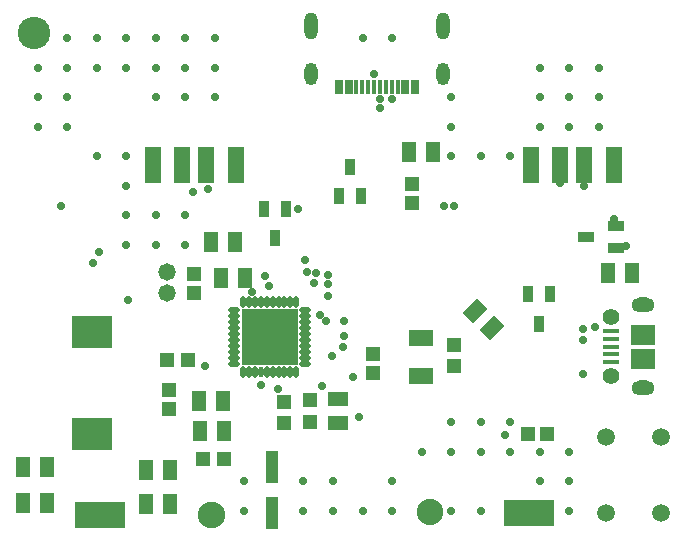
<source format=gts>
G04*
G04 #@! TF.GenerationSoftware,Altium Limited,Altium Designer,24.3.1 (35)*
G04*
G04 Layer_Color=8388736*
%FSLAX44Y44*%
%MOMM*%
G71*
G04*
G04 #@! TF.SameCoordinates,C75BA454-7026-4FA9-A0C7-AF5AFDCDB590*
G04*
G04*
G04 #@! TF.FilePolarity,Negative*
G04*
G01*
G75*
%ADD20R,1.3970X0.4572*%
%ADD36R,0.9032X1.4532*%
%ADD37R,2.1590X1.7526*%
%ADD38R,1.2032X1.7532*%
%ADD39R,1.3032X1.2032*%
%ADD40R,3.4036X2.7026*%
%ADD41O,0.4832X1.0032*%
%ADD42O,1.0032X0.4832*%
%ADD43O,0.4324X0.9524*%
%ADD44R,4.7032X4.7032*%
G04:AMPARAMS|DCode=45|XSize=1.2032mm|YSize=1.7532mm|CornerRadius=0mm|HoleSize=0mm|Usage=FLASHONLY|Rotation=315.000|XOffset=0mm|YOffset=0mm|HoleType=Round|Shape=Rectangle|*
%AMROTATEDRECTD45*
4,1,4,-1.0453,-0.1945,0.1945,1.0453,1.0453,0.1945,-0.1945,-1.0453,-1.0453,-0.1945,0.0*
%
%ADD45ROTATEDRECTD45*%

%ADD46R,1.2032X1.3032*%
%ADD47R,0.7112X1.1938*%
%ADD48R,0.4064X1.1938*%
%ADD49R,1.3208X3.0734*%
%ADD50R,2.1032X1.4032*%
%ADD51R,1.7532X1.2032*%
%ADD52R,1.4532X0.9032*%
%ADD53R,1.0032X2.7032*%
%ADD54O,1.1176X1.9050*%
%ADD55O,1.9558X1.2700*%
%ADD56C,1.3970*%
%ADD57C,2.7432*%
%ADD58C,2.2352*%
%ADD59O,1.1176X2.3114*%
%ADD60C,1.4986*%
%ADD61R,4.2032X2.2032*%
%ADD62C,0.7112*%
%ADD63C,1.4732*%
D20*
X910260Y576720D02*
D03*
Y570220D02*
D03*
Y563720D02*
D03*
Y557220D02*
D03*
Y550720D02*
D03*
D36*
X680110Y691083D02*
D03*
X699110D02*
D03*
X689610Y716077D02*
D03*
X849630Y583133D02*
D03*
X840130Y608127D02*
D03*
X859130D02*
D03*
X626110Y655523D02*
D03*
X616610Y680517D02*
D03*
X635610D02*
D03*
D37*
X937260Y573720D02*
D03*
Y553720D02*
D03*
D38*
X591660Y652780D02*
D03*
X571660D02*
D03*
X600550Y622300D02*
D03*
X580550D02*
D03*
X739300Y728980D02*
D03*
X759300D02*
D03*
X561500Y518160D02*
D03*
X581500D02*
D03*
X582770Y492760D02*
D03*
X562770D02*
D03*
X517050Y430530D02*
D03*
X537050D02*
D03*
X517050Y459740D02*
D03*
X537050D02*
D03*
X432910Y462280D02*
D03*
X412910D02*
D03*
X432910Y431800D02*
D03*
X412910D02*
D03*
X928050Y626110D02*
D03*
X908050D02*
D03*
D39*
X557530Y625219D02*
D03*
Y609220D02*
D03*
X777240Y547370D02*
D03*
Y565370D02*
D03*
X708660Y541911D02*
D03*
Y557910D02*
D03*
X655320Y500270D02*
D03*
Y518270D02*
D03*
X741680Y701419D02*
D03*
Y685420D02*
D03*
X535890Y527429D02*
D03*
Y511430D02*
D03*
X633730Y517000D02*
D03*
Y499000D02*
D03*
D40*
X471170Y576072D02*
D03*
Y490220D02*
D03*
D41*
X643890Y601980D02*
D03*
X638891D02*
D03*
X633890D02*
D03*
X628891D02*
D03*
X623890D02*
D03*
X618891D02*
D03*
X613890D02*
D03*
X608891D02*
D03*
X603890D02*
D03*
X598891D02*
D03*
Y541980D02*
D03*
X603890D02*
D03*
X608891D02*
D03*
X618891D02*
D03*
X623890D02*
D03*
X628891D02*
D03*
X633890D02*
D03*
X638891D02*
D03*
X643890D02*
D03*
D42*
X591391Y594479D02*
D03*
Y589481D02*
D03*
Y584479D02*
D03*
Y579481D02*
D03*
Y574479D02*
D03*
Y569481D02*
D03*
Y564479D02*
D03*
Y559481D02*
D03*
Y554479D02*
D03*
Y549481D02*
D03*
X651391D02*
D03*
Y554479D02*
D03*
Y559481D02*
D03*
Y564479D02*
D03*
Y569481D02*
D03*
Y574479D02*
D03*
Y579481D02*
D03*
Y584479D02*
D03*
Y589481D02*
D03*
Y594479D02*
D03*
D43*
X613890Y541980D02*
D03*
D44*
X621391Y571980D02*
D03*
D45*
X795569Y593811D02*
D03*
X809711Y579669D02*
D03*
D46*
X565040Y468630D02*
D03*
X583040D02*
D03*
X534560Y552450D02*
D03*
X552560D02*
D03*
X856360Y490220D02*
D03*
X840361D02*
D03*
D47*
X680340Y783590D02*
D03*
X736340D02*
D03*
X744340D02*
D03*
X688340D02*
D03*
D48*
X694840D02*
D03*
X699840D02*
D03*
X704840D02*
D03*
X714840D02*
D03*
X709840D02*
D03*
X719840D02*
D03*
X724840D02*
D03*
X729840D02*
D03*
D49*
X867570Y717815D02*
D03*
X887570D02*
D03*
X842570D02*
D03*
X912570D02*
D03*
X547530D02*
D03*
X567530D02*
D03*
X522530D02*
D03*
X592530D02*
D03*
D50*
X749300Y538989D02*
D03*
Y570990D02*
D03*
D51*
X679450Y499270D02*
D03*
Y519270D02*
D03*
D52*
X889203Y656590D02*
D03*
X914197Y666090D02*
D03*
Y647090D02*
D03*
D53*
X623570Y422910D02*
D03*
Y462280D02*
D03*
D54*
X656140Y795090D02*
D03*
X768540D02*
D03*
D55*
X937260Y598720D02*
D03*
Y528720D02*
D03*
D56*
X910260Y588720D02*
D03*
Y538720D02*
D03*
D57*
X421640Y829310D02*
D03*
D58*
X572276Y421112D02*
D03*
X571500Y421640D02*
D03*
X756920Y424180D02*
D03*
D59*
X768540Y835090D02*
D03*
X656140D02*
D03*
D60*
X952500Y422679D02*
D03*
X906500D02*
D03*
Y487680D02*
D03*
X952500D02*
D03*
D61*
X477520Y421640D02*
D03*
X840740Y422910D02*
D03*
D62*
X601980Y556260D02*
D03*
X621030Y554990D02*
D03*
X632460Y565150D02*
D03*
X614680Y567690D02*
D03*
X621030Y579120D02*
D03*
X610870Y590550D02*
D03*
X601980Y576580D02*
D03*
X444500Y683260D02*
D03*
X575000Y775000D02*
D03*
Y800000D02*
D03*
Y825000D02*
D03*
X700000D02*
D03*
X725000D02*
D03*
X850000Y750000D02*
D03*
X875000D02*
D03*
D03*
X900000D02*
D03*
Y775000D02*
D03*
Y800000D02*
D03*
X875000D02*
D03*
X850000D02*
D03*
X875000Y775000D02*
D03*
X850000D02*
D03*
X775000D02*
D03*
Y750000D02*
D03*
Y725000D02*
D03*
X800000D02*
D03*
X825000D02*
D03*
X750000Y475000D02*
D03*
X775000D02*
D03*
X800000D02*
D03*
X825000D02*
D03*
X850000D02*
D03*
X875000D02*
D03*
Y425000D02*
D03*
X775000D02*
D03*
X800000D02*
D03*
X875000Y450000D02*
D03*
X850000D02*
D03*
X825000Y500000D02*
D03*
X800000D02*
D03*
X775000D02*
D03*
X725000Y450000D02*
D03*
Y425000D02*
D03*
X700000D02*
D03*
X675000Y450000D02*
D03*
Y425000D02*
D03*
X650000D02*
D03*
Y450000D02*
D03*
X600000Y425000D02*
D03*
Y450000D02*
D03*
X550000Y675000D02*
D03*
Y650000D02*
D03*
X525000D02*
D03*
X500000D02*
D03*
X525000Y675000D02*
D03*
X500000D02*
D03*
Y700000D02*
D03*
X475000Y725000D02*
D03*
X500000D02*
D03*
X550000Y775000D02*
D03*
X525000D02*
D03*
X550000Y800000D02*
D03*
X525000D02*
D03*
X500000D02*
D03*
X550000Y825000D02*
D03*
X525000D02*
D03*
X500000D02*
D03*
X475000D02*
D03*
Y800000D02*
D03*
X425000Y750000D02*
D03*
Y775000D02*
D03*
Y800000D02*
D03*
X450000Y750000D02*
D03*
Y775000D02*
D03*
Y800000D02*
D03*
Y825000D02*
D03*
X697230Y504190D02*
D03*
X777240Y683260D02*
D03*
X768860D02*
D03*
X684530Y585470D02*
D03*
X620849Y614800D02*
D03*
X659130Y617474D02*
D03*
X617220Y623570D02*
D03*
X670814Y624904D02*
D03*
X683260Y563880D02*
D03*
X674370Y555671D02*
D03*
X606684Y610365D02*
D03*
X660400Y626110D02*
D03*
X663722Y590575D02*
D03*
X651510Y637540D02*
D03*
X652780Y627380D02*
D03*
X670560Y617220D02*
D03*
Y607060D02*
D03*
X684565Y572933D02*
D03*
X669290Y585470D02*
D03*
X501130Y603488D02*
D03*
X471682Y635000D02*
D03*
X476762Y643890D02*
D03*
X887730Y699770D02*
D03*
X867410Y702056D02*
D03*
X886460Y579120D02*
D03*
X896620Y580390D02*
D03*
X556260Y695202D02*
D03*
X628650Y527685D02*
D03*
X725170Y773430D02*
D03*
X715010Y765810D02*
D03*
X614015Y531465D02*
D03*
X566420Y547370D02*
D03*
X886806Y569306D02*
D03*
X715010Y773430D02*
D03*
X886460Y541020D02*
D03*
X665345Y530625D02*
D03*
X692150Y538480D02*
D03*
X923290Y648970D02*
D03*
X913130Y671830D02*
D03*
X645058Y680618D02*
D03*
X709930Y795020D02*
D03*
X820420Y488950D02*
D03*
X568960Y697230D02*
D03*
D63*
X534670Y627380D02*
D03*
Y609600D02*
D03*
M02*

</source>
